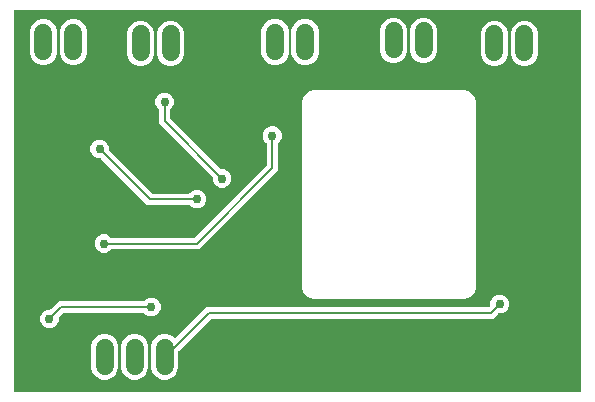
<source format=gbr>
G04 EAGLE Gerber RS-274X export*
G75*
%MOMM*%
%FSLAX34Y34*%
%LPD*%
%INBottom Copper*%
%IPPOS*%
%AMOC8*
5,1,8,0,0,1.08239X$1,22.5*%
G01*
%ADD10C,1.524000*%
%ADD11C,0.756400*%
%ADD12C,0.152400*%

G36*
X489098Y15164D02*
X489098Y15164D01*
X489117Y15162D01*
X489219Y15184D01*
X489321Y15200D01*
X489338Y15210D01*
X489358Y15214D01*
X489447Y15267D01*
X489538Y15316D01*
X489552Y15330D01*
X489569Y15340D01*
X489636Y15419D01*
X489708Y15494D01*
X489716Y15512D01*
X489729Y15527D01*
X489768Y15623D01*
X489811Y15717D01*
X489813Y15737D01*
X489821Y15755D01*
X489839Y15922D01*
X489839Y338378D01*
X489836Y338398D01*
X489838Y338417D01*
X489816Y338519D01*
X489800Y338621D01*
X489790Y338638D01*
X489786Y338658D01*
X489733Y338747D01*
X489684Y338838D01*
X489670Y338852D01*
X489660Y338869D01*
X489581Y338936D01*
X489506Y339008D01*
X489488Y339016D01*
X489473Y339029D01*
X489377Y339068D01*
X489283Y339111D01*
X489263Y339113D01*
X489245Y339121D01*
X489078Y339139D01*
X10922Y339139D01*
X10902Y339136D01*
X10883Y339138D01*
X10781Y339116D01*
X10679Y339100D01*
X10662Y339090D01*
X10642Y339086D01*
X10553Y339033D01*
X10462Y338984D01*
X10448Y338970D01*
X10431Y338960D01*
X10364Y338881D01*
X10292Y338806D01*
X10284Y338788D01*
X10271Y338773D01*
X10232Y338677D01*
X10189Y338583D01*
X10187Y338563D01*
X10179Y338545D01*
X10161Y338378D01*
X10161Y15922D01*
X10164Y15902D01*
X10162Y15883D01*
X10184Y15781D01*
X10200Y15679D01*
X10210Y15662D01*
X10214Y15642D01*
X10267Y15553D01*
X10316Y15462D01*
X10330Y15448D01*
X10340Y15431D01*
X10419Y15364D01*
X10494Y15292D01*
X10512Y15284D01*
X10527Y15271D01*
X10623Y15232D01*
X10717Y15189D01*
X10737Y15187D01*
X10755Y15179D01*
X10922Y15161D01*
X489078Y15161D01*
X489098Y15164D01*
G37*
%LPC*%
G36*
X262827Y94077D02*
X262827Y94077D01*
X258813Y95740D01*
X255740Y98813D01*
X254077Y102827D01*
X254077Y262173D01*
X255740Y266187D01*
X258813Y269260D01*
X262827Y270923D01*
X392173Y270923D01*
X396187Y269260D01*
X399260Y266187D01*
X400923Y262173D01*
X400923Y102827D01*
X399260Y98813D01*
X396187Y95740D01*
X392173Y94077D01*
X262827Y94077D01*
G37*
%LPD*%
%LPC*%
G36*
X135276Y26095D02*
X135276Y26095D01*
X130981Y27874D01*
X127694Y31161D01*
X125915Y35456D01*
X125915Y55344D01*
X127694Y59639D01*
X130981Y62926D01*
X135276Y64705D01*
X139924Y64705D01*
X144219Y62926D01*
X145721Y61424D01*
X145737Y61412D01*
X145750Y61396D01*
X145837Y61340D01*
X145921Y61280D01*
X145940Y61274D01*
X145957Y61263D01*
X146057Y61238D01*
X146156Y61208D01*
X146176Y61208D01*
X146195Y61203D01*
X146298Y61211D01*
X146402Y61214D01*
X146421Y61221D01*
X146440Y61223D01*
X146535Y61263D01*
X146633Y61299D01*
X146648Y61311D01*
X146667Y61319D01*
X146798Y61424D01*
X172701Y87327D01*
X411435Y87327D01*
X411525Y87341D01*
X411616Y87349D01*
X411646Y87361D01*
X411678Y87366D01*
X411759Y87409D01*
X411843Y87445D01*
X411875Y87471D01*
X411895Y87482D01*
X411918Y87505D01*
X411974Y87550D01*
X413180Y88756D01*
X413233Y88830D01*
X413293Y88900D01*
X413305Y88930D01*
X413324Y88956D01*
X413351Y89043D01*
X413385Y89128D01*
X413389Y89169D01*
X413396Y89191D01*
X413395Y89223D01*
X413403Y89295D01*
X413403Y91561D01*
X414598Y94445D01*
X416805Y96652D01*
X419689Y97847D01*
X422811Y97847D01*
X425695Y96652D01*
X427902Y94445D01*
X429097Y91561D01*
X429097Y88439D01*
X427902Y85555D01*
X425695Y83348D01*
X422811Y82153D01*
X420545Y82153D01*
X420455Y82139D01*
X420364Y82131D01*
X420334Y82119D01*
X420302Y82114D01*
X420221Y82071D01*
X420137Y82035D01*
X420105Y82009D01*
X420085Y81998D01*
X420082Y81996D01*
X420062Y81975D01*
X420006Y81930D01*
X415749Y77673D01*
X177015Y77673D01*
X176925Y77659D01*
X176834Y77651D01*
X176804Y77639D01*
X176772Y77634D01*
X176691Y77591D01*
X176607Y77555D01*
X176575Y77529D01*
X176555Y77518D01*
X176532Y77495D01*
X176476Y77450D01*
X149508Y50482D01*
X149455Y50408D01*
X149395Y50338D01*
X149383Y50308D01*
X149364Y50282D01*
X149337Y50195D01*
X149303Y50110D01*
X149299Y50069D01*
X149292Y50047D01*
X149293Y50015D01*
X149285Y49943D01*
X149285Y35456D01*
X147506Y31161D01*
X144219Y27874D01*
X139924Y26095D01*
X135276Y26095D01*
G37*
%LPD*%
%LPC*%
G36*
X84689Y133403D02*
X84689Y133403D01*
X81805Y134598D01*
X79598Y136805D01*
X78403Y139689D01*
X78403Y142811D01*
X79598Y145695D01*
X81805Y147902D01*
X84689Y149097D01*
X87811Y149097D01*
X90695Y147902D01*
X92297Y146300D01*
X92371Y146247D01*
X92441Y146187D01*
X92471Y146175D01*
X92497Y146156D01*
X92584Y146129D01*
X92669Y146095D01*
X92710Y146091D01*
X92732Y146084D01*
X92764Y146085D01*
X92836Y146077D01*
X162685Y146077D01*
X162775Y146091D01*
X162866Y146099D01*
X162896Y146111D01*
X162928Y146116D01*
X163009Y146159D01*
X163093Y146195D01*
X163125Y146221D01*
X163145Y146232D01*
X163163Y146250D01*
X163164Y146251D01*
X163172Y146258D01*
X163224Y146300D01*
X223700Y206776D01*
X223753Y206850D01*
X223813Y206920D01*
X223825Y206950D01*
X223844Y206976D01*
X223871Y207063D01*
X223905Y207148D01*
X223909Y207189D01*
X223916Y207211D01*
X223915Y207243D01*
X223923Y207315D01*
X223923Y225914D01*
X223909Y226005D01*
X223901Y226095D01*
X223889Y226125D01*
X223884Y226157D01*
X223841Y226238D01*
X223805Y226322D01*
X223779Y226354D01*
X223768Y226375D01*
X223745Y226397D01*
X223700Y226453D01*
X222098Y228055D01*
X220903Y230939D01*
X220903Y234061D01*
X222098Y236945D01*
X224305Y239152D01*
X227189Y240347D01*
X230311Y240347D01*
X233195Y239152D01*
X235402Y236945D01*
X236597Y234061D01*
X236597Y230939D01*
X235402Y228055D01*
X233800Y226453D01*
X233747Y226379D01*
X233687Y226309D01*
X233675Y226279D01*
X233656Y226253D01*
X233629Y226166D01*
X233595Y226081D01*
X233591Y226040D01*
X233584Y226018D01*
X233585Y225986D01*
X233577Y225914D01*
X233577Y203001D01*
X166999Y136423D01*
X92836Y136423D01*
X92745Y136409D01*
X92655Y136401D01*
X92625Y136389D01*
X92593Y136384D01*
X92512Y136341D01*
X92428Y136305D01*
X92396Y136279D01*
X92375Y136268D01*
X92353Y136245D01*
X92297Y136200D01*
X90695Y134598D01*
X87811Y133403D01*
X84689Y133403D01*
G37*
%LPD*%
%LPC*%
G36*
X163439Y170903D02*
X163439Y170903D01*
X160555Y172098D01*
X158953Y173700D01*
X158879Y173753D01*
X158809Y173813D01*
X158779Y173825D01*
X158753Y173844D01*
X158666Y173871D01*
X158581Y173905D01*
X158540Y173909D01*
X158518Y173916D01*
X158486Y173915D01*
X158414Y173923D01*
X123001Y173923D01*
X83744Y213180D01*
X83670Y213233D01*
X83600Y213293D01*
X83570Y213305D01*
X83544Y213324D01*
X83457Y213351D01*
X83372Y213385D01*
X83331Y213389D01*
X83309Y213396D01*
X83277Y213395D01*
X83205Y213403D01*
X80939Y213403D01*
X78055Y214598D01*
X75848Y216805D01*
X74653Y219689D01*
X74653Y222811D01*
X75848Y225695D01*
X78055Y227902D01*
X80939Y229097D01*
X84061Y229097D01*
X86945Y227902D01*
X89152Y225695D01*
X90347Y222811D01*
X90347Y220545D01*
X90361Y220455D01*
X90369Y220364D01*
X90381Y220334D01*
X90386Y220302D01*
X90429Y220221D01*
X90465Y220137D01*
X90491Y220105D01*
X90502Y220085D01*
X90525Y220062D01*
X90570Y220006D01*
X126776Y183800D01*
X126850Y183747D01*
X126920Y183687D01*
X126950Y183675D01*
X126976Y183656D01*
X127063Y183629D01*
X127148Y183595D01*
X127189Y183591D01*
X127211Y183584D01*
X127243Y183585D01*
X127315Y183577D01*
X158414Y183577D01*
X158505Y183591D01*
X158595Y183599D01*
X158625Y183611D01*
X158657Y183616D01*
X158738Y183659D01*
X158822Y183695D01*
X158854Y183721D01*
X158875Y183732D01*
X158897Y183755D01*
X158953Y183800D01*
X160555Y185402D01*
X163439Y186597D01*
X166561Y186597D01*
X169445Y185402D01*
X171652Y183195D01*
X172847Y180311D01*
X172847Y177189D01*
X171652Y174305D01*
X169445Y172098D01*
X166561Y170903D01*
X163439Y170903D01*
G37*
%LPD*%
%LPC*%
G36*
X38439Y69653D02*
X38439Y69653D01*
X35555Y70848D01*
X33348Y73055D01*
X32153Y75939D01*
X32153Y79061D01*
X33348Y81945D01*
X35555Y84152D01*
X38439Y85347D01*
X40705Y85347D01*
X40795Y85361D01*
X40886Y85369D01*
X40916Y85381D01*
X40948Y85386D01*
X41029Y85429D01*
X41113Y85465D01*
X41145Y85491D01*
X41165Y85502D01*
X41188Y85525D01*
X41244Y85570D01*
X48001Y92327D01*
X119664Y92327D01*
X119755Y92341D01*
X119845Y92349D01*
X119875Y92361D01*
X119907Y92366D01*
X119988Y92409D01*
X120072Y92445D01*
X120104Y92471D01*
X120125Y92482D01*
X120147Y92505D01*
X120203Y92550D01*
X121805Y94152D01*
X124689Y95347D01*
X127811Y95347D01*
X130695Y94152D01*
X132902Y91945D01*
X134097Y89061D01*
X134097Y85939D01*
X132902Y83055D01*
X130695Y80848D01*
X127811Y79653D01*
X124689Y79653D01*
X121805Y80848D01*
X120203Y82450D01*
X120129Y82503D01*
X120059Y82563D01*
X120029Y82575D01*
X120003Y82594D01*
X119916Y82621D01*
X119831Y82655D01*
X119790Y82659D01*
X119768Y82666D01*
X119736Y82665D01*
X119664Y82673D01*
X52315Y82673D01*
X52225Y82659D01*
X52134Y82651D01*
X52104Y82639D01*
X52072Y82634D01*
X51991Y82591D01*
X51907Y82555D01*
X51875Y82529D01*
X51855Y82518D01*
X51832Y82495D01*
X51776Y82450D01*
X48070Y78744D01*
X48017Y78670D01*
X47957Y78600D01*
X47945Y78570D01*
X47926Y78544D01*
X47899Y78457D01*
X47865Y78372D01*
X47861Y78331D01*
X47854Y78309D01*
X47855Y78277D01*
X47847Y78205D01*
X47847Y75939D01*
X46652Y73055D01*
X44445Y70848D01*
X41561Y69653D01*
X38439Y69653D01*
G37*
%LPD*%
%LPC*%
G36*
X184689Y188403D02*
X184689Y188403D01*
X181805Y189598D01*
X179598Y191805D01*
X178403Y194689D01*
X178403Y196955D01*
X178389Y197045D01*
X178381Y197136D01*
X178369Y197166D01*
X178364Y197198D01*
X178321Y197279D01*
X178285Y197363D01*
X178259Y197395D01*
X178248Y197415D01*
X178225Y197438D01*
X178180Y197494D01*
X132673Y243001D01*
X132673Y254664D01*
X132659Y254755D01*
X132651Y254845D01*
X132639Y254875D01*
X132634Y254907D01*
X132591Y254988D01*
X132555Y255072D01*
X132529Y255104D01*
X132518Y255125D01*
X132495Y255147D01*
X132450Y255203D01*
X130848Y256805D01*
X129653Y259689D01*
X129653Y262811D01*
X130848Y265695D01*
X133055Y267902D01*
X135939Y269097D01*
X139061Y269097D01*
X141945Y267902D01*
X144152Y265695D01*
X145347Y262811D01*
X145347Y259689D01*
X144152Y256805D01*
X142550Y255203D01*
X142497Y255129D01*
X142437Y255059D01*
X142425Y255029D01*
X142406Y255003D01*
X142379Y254916D01*
X142345Y254831D01*
X142341Y254790D01*
X142334Y254768D01*
X142335Y254736D01*
X142327Y254664D01*
X142327Y247315D01*
X142328Y247306D01*
X142328Y247303D01*
X142332Y247285D01*
X142341Y247225D01*
X142349Y247134D01*
X142361Y247104D01*
X142366Y247072D01*
X142409Y246991D01*
X142445Y246907D01*
X142471Y246875D01*
X142482Y246855D01*
X142505Y246832D01*
X142550Y246776D01*
X185006Y204320D01*
X185080Y204267D01*
X185150Y204207D01*
X185180Y204195D01*
X185206Y204176D01*
X185293Y204149D01*
X185378Y204115D01*
X185419Y204111D01*
X185441Y204104D01*
X185473Y204105D01*
X185545Y204097D01*
X187811Y204097D01*
X190695Y202902D01*
X192902Y200695D01*
X194097Y197811D01*
X194097Y194689D01*
X192902Y191805D01*
X190695Y189598D01*
X187811Y188403D01*
X184689Y188403D01*
G37*
%LPD*%
%LPC*%
G36*
X439776Y291345D02*
X439776Y291345D01*
X435481Y293124D01*
X432194Y296411D01*
X430415Y300706D01*
X430415Y320594D01*
X432194Y324889D01*
X435481Y328176D01*
X439776Y329955D01*
X444424Y329955D01*
X448719Y328176D01*
X452006Y324889D01*
X453785Y320594D01*
X453785Y300706D01*
X452006Y296411D01*
X448719Y293124D01*
X444424Y291345D01*
X439776Y291345D01*
G37*
%LPD*%
%LPC*%
G36*
X414376Y291345D02*
X414376Y291345D01*
X410081Y293124D01*
X406794Y296411D01*
X405015Y300706D01*
X405015Y320594D01*
X406794Y324889D01*
X410081Y328176D01*
X414376Y329955D01*
X419024Y329955D01*
X423319Y328176D01*
X426606Y324889D01*
X428385Y320594D01*
X428385Y300706D01*
X426606Y296411D01*
X423319Y293124D01*
X419024Y291345D01*
X414376Y291345D01*
G37*
%LPD*%
%LPC*%
G36*
X140276Y291345D02*
X140276Y291345D01*
X135981Y293124D01*
X132694Y296411D01*
X130915Y300706D01*
X130915Y320594D01*
X132694Y324889D01*
X135981Y328176D01*
X140276Y329955D01*
X144924Y329955D01*
X149219Y328176D01*
X152506Y324889D01*
X154285Y320594D01*
X154285Y300706D01*
X152506Y296411D01*
X149219Y293124D01*
X144924Y291345D01*
X140276Y291345D01*
G37*
%LPD*%
%LPC*%
G36*
X114876Y291345D02*
X114876Y291345D01*
X110581Y293124D01*
X107294Y296411D01*
X105515Y300706D01*
X105515Y320594D01*
X107294Y324889D01*
X110581Y328176D01*
X114876Y329955D01*
X119524Y329955D01*
X123819Y328176D01*
X127106Y324889D01*
X128885Y320594D01*
X128885Y300706D01*
X127106Y296411D01*
X123819Y293124D01*
X119524Y291345D01*
X114876Y291345D01*
G37*
%LPD*%
%LPC*%
G36*
X32526Y292445D02*
X32526Y292445D01*
X28231Y294224D01*
X24944Y297511D01*
X23165Y301806D01*
X23165Y321694D01*
X24944Y325989D01*
X28231Y329276D01*
X32526Y331055D01*
X37174Y331055D01*
X41469Y329276D01*
X44756Y325989D01*
X46535Y321694D01*
X46535Y301806D01*
X44756Y297511D01*
X41469Y294224D01*
X37174Y292445D01*
X32526Y292445D01*
G37*
%LPD*%
%LPC*%
G36*
X57926Y292445D02*
X57926Y292445D01*
X53631Y294224D01*
X50344Y297511D01*
X48565Y301806D01*
X48565Y321694D01*
X50344Y325989D01*
X53631Y329276D01*
X57926Y331055D01*
X62574Y331055D01*
X66869Y329276D01*
X70156Y325989D01*
X71935Y321694D01*
X71935Y301806D01*
X70156Y297511D01*
X66869Y294224D01*
X62574Y292445D01*
X57926Y292445D01*
G37*
%LPD*%
%LPC*%
G36*
X228876Y292595D02*
X228876Y292595D01*
X224581Y294374D01*
X221294Y297661D01*
X219515Y301956D01*
X219515Y321844D01*
X221294Y326139D01*
X224581Y329426D01*
X228876Y331205D01*
X233524Y331205D01*
X237819Y329426D01*
X241106Y326139D01*
X242885Y321844D01*
X242885Y301956D01*
X241106Y297661D01*
X237819Y294374D01*
X233524Y292595D01*
X228876Y292595D01*
G37*
%LPD*%
%LPC*%
G36*
X254276Y292595D02*
X254276Y292595D01*
X249981Y294374D01*
X246694Y297661D01*
X244915Y301956D01*
X244915Y321844D01*
X246694Y326139D01*
X249981Y329426D01*
X254276Y331205D01*
X258924Y331205D01*
X263219Y329426D01*
X266506Y326139D01*
X268285Y321844D01*
X268285Y301956D01*
X266506Y297661D01*
X263219Y294374D01*
X258924Y292595D01*
X254276Y292595D01*
G37*
%LPD*%
%LPC*%
G36*
X329126Y293845D02*
X329126Y293845D01*
X324831Y295624D01*
X321544Y298911D01*
X319765Y303206D01*
X319765Y323094D01*
X321544Y327389D01*
X324831Y330676D01*
X329126Y332455D01*
X333774Y332455D01*
X338069Y330676D01*
X341356Y327389D01*
X343135Y323094D01*
X343135Y303206D01*
X341356Y298911D01*
X338069Y295624D01*
X333774Y293845D01*
X329126Y293845D01*
G37*
%LPD*%
%LPC*%
G36*
X354526Y293845D02*
X354526Y293845D01*
X350231Y295624D01*
X346944Y298911D01*
X345165Y303206D01*
X345165Y323094D01*
X346944Y327389D01*
X350231Y330676D01*
X354526Y332455D01*
X359174Y332455D01*
X363469Y330676D01*
X366756Y327389D01*
X368535Y323094D01*
X368535Y303206D01*
X366756Y298911D01*
X363469Y295624D01*
X359174Y293845D01*
X354526Y293845D01*
G37*
%LPD*%
%LPC*%
G36*
X109876Y26095D02*
X109876Y26095D01*
X105581Y27874D01*
X102294Y31161D01*
X100515Y35456D01*
X100515Y55344D01*
X102294Y59639D01*
X105581Y62926D01*
X109876Y64705D01*
X114524Y64705D01*
X118819Y62926D01*
X122106Y59639D01*
X123885Y55344D01*
X123885Y35456D01*
X122106Y31161D01*
X118819Y27874D01*
X114524Y26095D01*
X109876Y26095D01*
G37*
%LPD*%
%LPC*%
G36*
X84476Y26095D02*
X84476Y26095D01*
X80181Y27874D01*
X76894Y31161D01*
X75115Y35456D01*
X75115Y55344D01*
X76894Y59639D01*
X80181Y62926D01*
X84476Y64705D01*
X89124Y64705D01*
X93419Y62926D01*
X96706Y59639D01*
X98485Y55344D01*
X98485Y35456D01*
X96706Y31161D01*
X93419Y27874D01*
X89124Y26095D01*
X84476Y26095D01*
G37*
%LPD*%
D10*
X60250Y319370D02*
X60250Y304130D01*
X34850Y304130D02*
X34850Y319370D01*
X142600Y318270D02*
X142600Y303030D01*
X117200Y303030D02*
X117200Y318270D01*
X256600Y319520D02*
X256600Y304280D01*
X231200Y304280D02*
X231200Y319520D01*
X356850Y320770D02*
X356850Y305530D01*
X331450Y305530D02*
X331450Y320770D01*
X442100Y318270D02*
X442100Y303030D01*
X416700Y303030D02*
X416700Y318270D01*
X137600Y53020D02*
X137600Y37780D01*
X112200Y37780D02*
X112200Y53020D01*
X86800Y53020D02*
X86800Y37780D01*
D11*
X86250Y141250D03*
D12*
X165000Y141250D01*
X228750Y205000D01*
X228750Y232500D01*
D11*
X228750Y232500D03*
X40000Y77500D03*
D12*
X50000Y87500D01*
X126250Y87500D01*
D11*
X126250Y87500D03*
X372500Y40000D03*
X145000Y216250D03*
D12*
X117500Y243750D01*
D11*
X117500Y243750D03*
X433750Y127500D03*
X145000Y192500D03*
X421250Y90000D03*
D12*
X413750Y82500D01*
X174700Y82500D01*
X137600Y45400D01*
D11*
X137500Y261250D03*
D12*
X137500Y245000D01*
X186250Y196250D01*
D11*
X186250Y196250D03*
X82500Y221250D03*
D12*
X125000Y178750D01*
X165000Y178750D01*
D11*
X165000Y178750D03*
M02*

</source>
